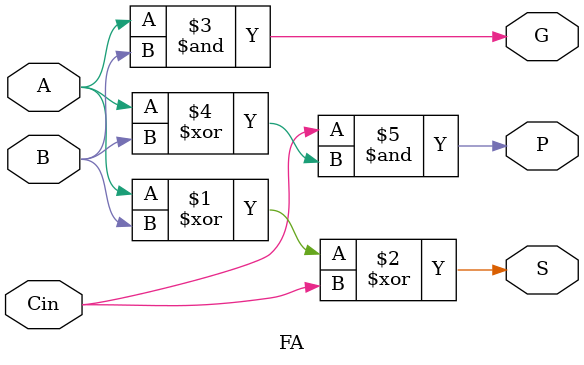
<source format=v>
/* GOAL: Create a FA bit-slice module to be used in a larger 8 bit CLA module
 *
 * A and B represent bits from two respective 8-bit inputs feeding the larger module
 * Cin is carried from previous FA modules, but for the first one it is part of subtraction
 * S is the sum bit that is carried out as part of the sum of A and B
 * P (propogates) and G (generates) are types of Cin that can be used to calculate the Cin for all following FAs
 *
 * Created by: MorphoCH22
 * Board used: RealDigital Blackboard (Xilinx XC7007S ZYNQ)
 */

module FA(
    input A,
    input B,
    input Cin,
    output S,
    output P, G
    );

assign S = A ^ B ^ Cin;
assign G = A & B;
assign P = Cin & (A ^ B);

endmodule
</source>
